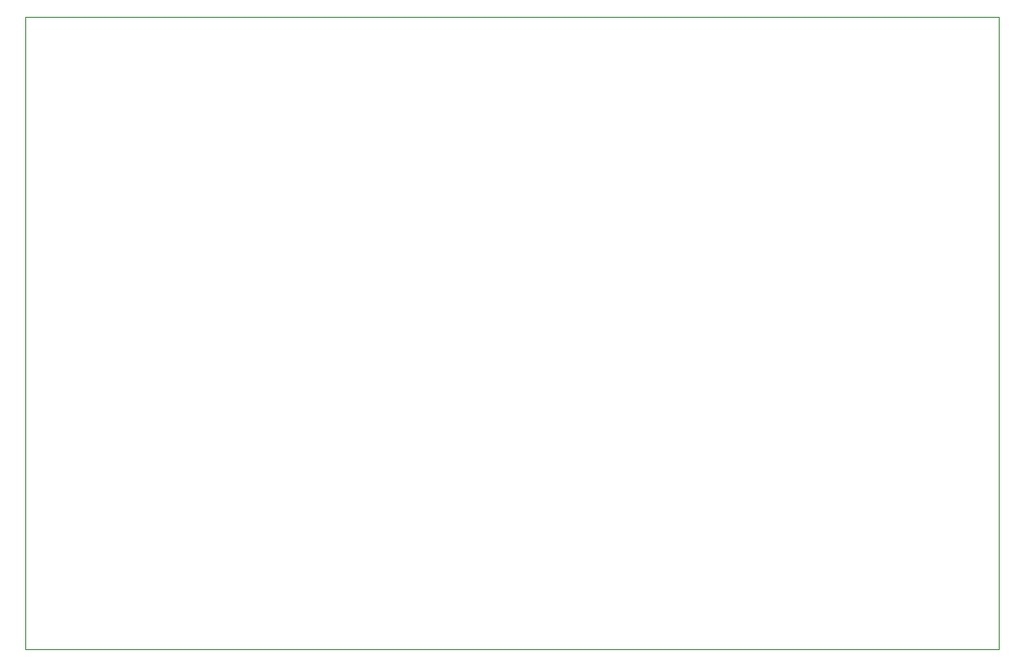
<source format=gbr>
G04 (created by PCBNEW (2013-07-07 BZR 4022)-stable) date 9/17/2014 12:18:49 PM*
%MOIN*%
G04 Gerber Fmt 3.4, Leading zero omitted, Abs format*
%FSLAX34Y34*%
G01*
G70*
G90*
G04 APERTURE LIST*
%ADD10C,0.00590551*%
%ADD11C,0.00393701*%
G04 APERTURE END LIST*
G54D10*
G54D11*
X47992Y-64350D02*
X48011Y-64350D01*
X47992Y-65551D02*
X47992Y-64350D01*
X82677Y-65551D02*
X47992Y-65551D01*
X82677Y-64980D02*
X82677Y-65551D01*
X47992Y-64980D02*
X47992Y-64409D01*
X82677Y-42992D02*
X82677Y-64980D01*
X48000Y-64500D02*
X48000Y-43000D01*
X48000Y-43000D02*
X82677Y-43000D01*
M02*

</source>
